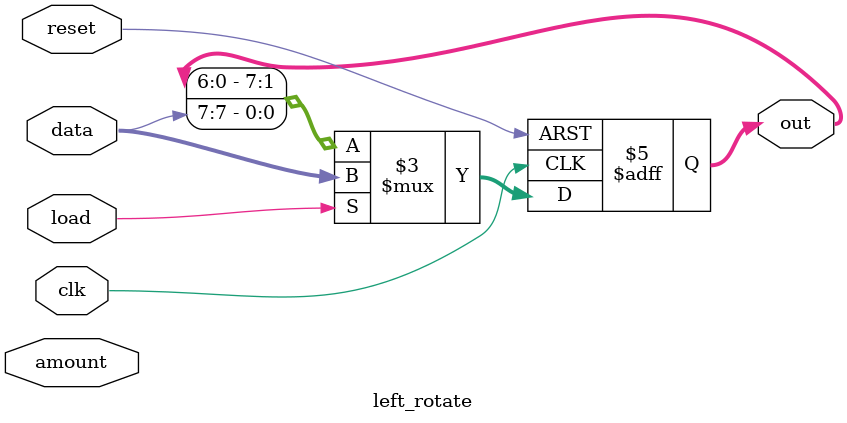
<source format=v>
module left_rotate(clk,reset,amount,data,load,out);
input clk,reset;
input [2:0] amount;
input [7:0] data;
input load;
output reg [7:0] out;
// when load is high, load data to out
// otherwise rotate the out register followed by left shift the out register by amount bits

always @(posedge clk or posedge reset)
	if (reset)
	begin
 	out<=0;
	end
	else if (load)
	begin
	out<=data;
	end
	else begin
	out<={out[6:0],data[7]};
	end
endmodule

</source>
